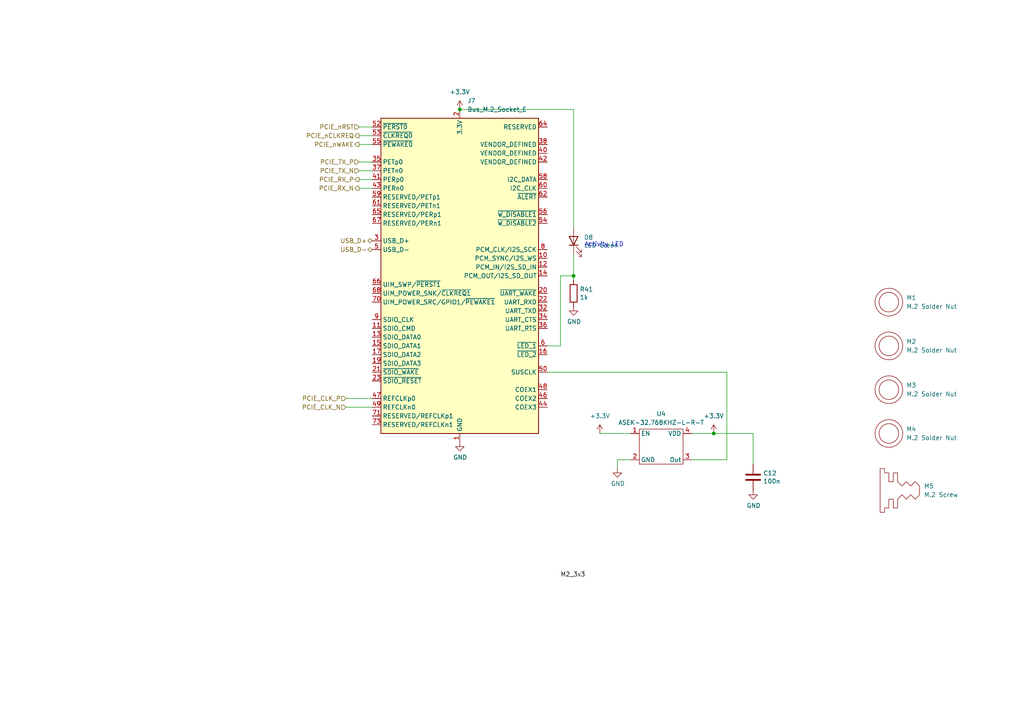
<source format=kicad_sch>
(kicad_sch
	(version 20231120)
	(generator "eeschema")
	(generator_version "8.0")
	(uuid "1354903a-b7d2-4e04-b220-6c6c8f058ef7")
	(paper "A4")
	(title_block
		(title "Compute Module 5 IO Board - M2 Socket")
		(rev "1")
		(company "Copyright © 2024 Raspberry Pi Ltd.")
		(comment 1 "www.raspberrypi.com")
	)
	(lib_symbols
		(symbol "CM5IO:ASEK-32.768KHZ-L-R-T"
			(exclude_from_sim no)
			(in_bom yes)
			(on_board yes)
			(property "Reference" "U"
				(at -5.08 6.35 0)
				(effects
					(font
						(size 1.27 1.27)
					)
				)
			)
			(property "Value" "ASEK-32.768KHZ-L-R-T"
				(at 0 -6.35 0)
				(effects
					(font
						(size 1.27 1.27)
					)
				)
			)
			(property "Footprint" "Crystal:Crystal_SMD_3225-4Pin_3.2x2.5mm"
				(at 1.27 -8.89 0)
				(effects
					(font
						(size 1.27 1.27)
					)
					(hide yes)
				)
			)
			(property "Datasheet" "https://abracon.com/Oscillators/ASEK.pdf"
				(at 0 -11.43 0)
				(effects
					(font
						(size 1.27 1.27)
					)
					(hide yes)
				)
			)
			(property "Description" ""
				(at 0 0 0)
				(effects
					(font
						(size 1.27 1.27)
					)
					(hide yes)
				)
			)
			(symbol "ASEK-32.768KHZ-L-R-T_0_1"
				(rectangle
					(start -6.35 5.08)
					(end 6.35 -5.08)
					(stroke
						(width 0)
						(type default)
					)
					(fill
						(type none)
					)
				)
			)
			(symbol "ASEK-32.768KHZ-L-R-T_1_1"
				(pin input line
					(at -8.89 3.81 0)
					(length 2.54)
					(name "EN"
						(effects
							(font
								(size 1.27 1.27)
							)
						)
					)
					(number "1"
						(effects
							(font
								(size 1.27 1.27)
							)
						)
					)
				)
				(pin power_in line
					(at -8.89 -3.81 0)
					(length 2.54)
					(name "GND"
						(effects
							(font
								(size 1.27 1.27)
							)
						)
					)
					(number "2"
						(effects
							(font
								(size 1.27 1.27)
							)
						)
					)
				)
				(pin output line
					(at 8.89 -3.81 180)
					(length 2.54)
					(name "Out"
						(effects
							(font
								(size 1.27 1.27)
							)
						)
					)
					(number "3"
						(effects
							(font
								(size 1.27 1.27)
							)
						)
					)
				)
				(pin power_in line
					(at 8.89 3.81 180)
					(length 2.54)
					(name "VDD"
						(effects
							(font
								(size 1.27 1.27)
							)
						)
					)
					(number "4"
						(effects
							(font
								(size 1.27 1.27)
							)
						)
					)
				)
			)
		)
		(symbol "CM5IO:M.2_Screw"
			(pin_numbers hide)
			(pin_names
				(offset 0) hide)
			(exclude_from_sim no)
			(in_bom yes)
			(on_board no)
			(property "Reference" "M"
				(at -0.254 -6.35 0)
				(effects
					(font
						(size 1.27 1.27)
					)
				)
			)
			(property "Value" "M.2 Screw"
				(at 0.254 -8.636 0)
				(effects
					(font
						(size 1.27 1.27)
					)
				)
			)
			(property "Footprint" ""
				(at 0 0 0)
				(effects
					(font
						(size 1.27 1.27)
					)
					(hide yes)
				)
			)
			(property "Datasheet" ""
				(at 0 0 0)
				(effects
					(font
						(size 1.27 1.27)
					)
					(hide yes)
				)
			)
			(property "Description" ""
				(at 0 0 0)
				(effects
					(font
						(size 1.27 1.27)
					)
					(hide yes)
				)
			)
			(symbol "M.2_Screw_0_1"
				(polyline
					(pts
						(xy -5.08 0) (xy -5.08 -6.35) (xy -3.81 -6.35) (xy -3.81 -5.08) (xy -2.54 -5.08) (xy -2.54 -2.54)
						(xy -1.27 -2.54) (xy -1.27 -5.08) (xy 0 -5.08) (xy 0 -2.54) (xy 1.27 -1.27) (xy 2.54 -2.54) (xy 3.81 -1.27)
						(xy 5.08 -2.54) (xy 6.35 -1.27) (xy 6.35 1.27) (xy 5.08 2.54) (xy 3.81 1.27) (xy 2.54 2.54) (xy 1.27 1.27)
						(xy 0 2.54) (xy 0 5.08) (xy -1.27 5.08) (xy -1.27 2.54) (xy -2.54 2.54) (xy -2.54 5.08) (xy -3.81 5.08)
						(xy -3.81 6.35) (xy -5.08 6.35) (xy -5.08 0)
					)
					(stroke
						(width 0)
						(type default)
					)
					(fill
						(type none)
					)
				)
			)
		)
		(symbol "CM5IO:SolderNut"
			(pin_numbers hide)
			(pin_names
				(offset 0) hide)
			(exclude_from_sim yes)
			(in_bom yes)
			(on_board no)
			(property "Reference" "M"
				(at -6.35 -3.556 0)
				(effects
					(font
						(size 1.27 1.27)
					)
				)
			)
			(property "Value" "M.2 Solder Nut"
				(at 0.254 -5.842 0)
				(effects
					(font
						(size 1.27 1.27)
					)
				)
			)
			(property "Footprint" ""
				(at 0 0 0)
				(effects
					(font
						(size 1.27 1.27)
					)
					(hide yes)
				)
			)
			(property "Datasheet" ""
				(at 0 0 0)
				(effects
					(font
						(size 1.27 1.27)
					)
					(hide yes)
				)
			)
			(property "Description" ""
				(at 0 0 0)
				(effects
					(font
						(size 1.27 1.27)
					)
					(hide yes)
				)
			)
			(symbol "SolderNut_0_1"
				(circle
					(center 0 0)
					(radius 2.8398)
					(stroke
						(width 0)
						(type default)
					)
					(fill
						(type none)
					)
				)
				(circle
					(center 0 0)
					(radius 4.0161)
					(stroke
						(width 0)
						(type default)
					)
					(fill
						(type none)
					)
				)
			)
		)
		(symbol "Connector:Bus_M.2_Socket_E"
			(exclude_from_sim no)
			(in_bom yes)
			(on_board yes)
			(property "Reference" "J1"
				(at 2.1941 50.8 0)
				(effects
					(font
						(size 1.27 1.27)
					)
					(justify left)
				)
			)
			(property "Value" "Bus_M.2_Socket_E"
				(at 2.1941 48.26 0)
				(effects
					(font
						(size 1.27 1.27)
					)
					(justify left)
				)
			)
			(property "Footprint" "CM5IO:M.2 M Key socket"
				(at 0 26.67 0)
				(effects
					(font
						(size 1.27 1.27)
					)
					(hide yes)
				)
			)
			(property "Datasheet" "https://web.archive.org/web/20200613074028/http://read.pudn.com/downloads794/doc/project/3133918/PCIe_M.2_Electromechanical_Spec_Rev1.0_Final_11012013_RS_Clean.pdf#page=150"
				(at 0 12.7 0)
				(effects
					(font
						(size 1.27 1.27)
					)
					(hide yes)
				)
			)
			(property "Description" "M.2 Socket 1-SD Mechanical Key E"
				(at 0 0 0)
				(effects
					(font
						(size 1.27 1.27)
					)
					(hide yes)
				)
			)
			(property "ki_keywords" "M2 NGNF PCI-E"
				(at 0 0 0)
				(effects
					(font
						(size 1.27 1.27)
					)
					(hide yes)
				)
			)
			(property "ki_fp_filters" "*M*2*E*"
				(at 0 0 0)
				(effects
					(font
						(size 1.27 1.27)
					)
					(hide yes)
				)
			)
			(symbol "Bus_M.2_Socket_E_0_1"
				(rectangle
					(start -22.86 45.72)
					(end 22.86 -45.72)
					(stroke
						(width 0.254)
						(type default)
					)
					(fill
						(type background)
					)
				)
			)
			(symbol "Bus_M.2_Socket_E_1_1"
				(pin power_in line
					(at 0 -48.26 90)
					(length 2.54)
					(name "GND"
						(effects
							(font
								(size 1.27 1.27)
							)
						)
					)
					(number "1"
						(effects
							(font
								(size 1.27 1.27)
							)
						)
					)
				)
				(pin bidirectional line
					(at 25.4 5.08 180)
					(length 2.54)
					(name "PCM_SYNC/I2S_WS"
						(effects
							(font
								(size 1.27 1.27)
							)
						)
					)
					(number "10"
						(effects
							(font
								(size 1.27 1.27)
							)
						)
					)
				)
				(pin bidirectional line
					(at -25.4 -15.24 0)
					(length 2.54)
					(name "SDIO_CMD"
						(effects
							(font
								(size 1.27 1.27)
							)
						)
					)
					(number "11"
						(effects
							(font
								(size 1.27 1.27)
							)
						)
					)
				)
				(pin input line
					(at 25.4 2.54 180)
					(length 2.54)
					(name "PCM_IN/I2S_SD_IN"
						(effects
							(font
								(size 1.27 1.27)
							)
						)
					)
					(number "12"
						(effects
							(font
								(size 1.27 1.27)
							)
						)
					)
				)
				(pin bidirectional line
					(at -25.4 -17.78 0)
					(length 2.54)
					(name "SDIO_DATA0"
						(effects
							(font
								(size 1.27 1.27)
							)
						)
					)
					(number "13"
						(effects
							(font
								(size 1.27 1.27)
							)
						)
					)
				)
				(pin output line
					(at 25.4 0 180)
					(length 2.54)
					(name "PCM_OUT/I2S_SD_OUT"
						(effects
							(font
								(size 1.27 1.27)
							)
						)
					)
					(number "14"
						(effects
							(font
								(size 1.27 1.27)
							)
						)
					)
				)
				(pin bidirectional line
					(at -25.4 -20.32 0)
					(length 2.54)
					(name "SDIO_DATA1"
						(effects
							(font
								(size 1.27 1.27)
							)
						)
					)
					(number "15"
						(effects
							(font
								(size 1.27 1.27)
							)
						)
					)
				)
				(pin open_collector line
					(at 25.4 -22.86 180)
					(length 2.54)
					(name "~{LED_2}"
						(effects
							(font
								(size 1.27 1.27)
							)
						)
					)
					(number "16"
						(effects
							(font
								(size 1.27 1.27)
							)
						)
					)
				)
				(pin bidirectional line
					(at -25.4 -22.86 0)
					(length 2.54)
					(name "SDIO_DATA2"
						(effects
							(font
								(size 1.27 1.27)
							)
						)
					)
					(number "17"
						(effects
							(font
								(size 1.27 1.27)
							)
						)
					)
				)
				(pin passive line
					(at 0 -48.26 90)
					(length 2.54) hide
					(name "GND"
						(effects
							(font
								(size 1.27 1.27)
							)
						)
					)
					(number "18"
						(effects
							(font
								(size 1.27 1.27)
							)
						)
					)
				)
				(pin bidirectional line
					(at -25.4 -25.4 0)
					(length 2.54)
					(name "SDIO_DATA3"
						(effects
							(font
								(size 1.27 1.27)
							)
						)
					)
					(number "19"
						(effects
							(font
								(size 1.27 1.27)
							)
						)
					)
				)
				(pin power_in line
					(at 0 48.26 270)
					(length 2.54)
					(name "3.3V"
						(effects
							(font
								(size 1.27 1.27)
							)
						)
					)
					(number "2"
						(effects
							(font
								(size 1.27 1.27)
							)
						)
					)
				)
				(pin input line
					(at 25.4 -5.08 180)
					(length 2.54)
					(name "~{UART_WAKE}"
						(effects
							(font
								(size 1.27 1.27)
							)
						)
					)
					(number "20"
						(effects
							(font
								(size 1.27 1.27)
							)
						)
					)
				)
				(pin input line
					(at -25.4 -27.94 0)
					(length 2.54)
					(name "~{SDIO_WAKE}"
						(effects
							(font
								(size 1.27 1.27)
							)
						)
					)
					(number "21"
						(effects
							(font
								(size 1.27 1.27)
							)
						)
					)
				)
				(pin input line
					(at 25.4 -7.62 180)
					(length 2.54)
					(name "UART_RXD"
						(effects
							(font
								(size 1.27 1.27)
							)
						)
					)
					(number "22"
						(effects
							(font
								(size 1.27 1.27)
							)
						)
					)
				)
				(pin output line
					(at -25.4 -30.48 0)
					(length 2.54)
					(name "~{SDIO_RESET}"
						(effects
							(font
								(size 1.27 1.27)
							)
						)
					)
					(number "23"
						(effects
							(font
								(size 1.27 1.27)
							)
						)
					)
				)
				(pin bidirectional line
					(at -25.4 10.16 0)
					(length 2.54)
					(name "USB_D+"
						(effects
							(font
								(size 1.27 1.27)
							)
						)
					)
					(number "3"
						(effects
							(font
								(size 1.27 1.27)
							)
						)
					)
				)
				(pin output line
					(at 25.4 -10.16 180)
					(length 2.54)
					(name "UART_TXD"
						(effects
							(font
								(size 1.27 1.27)
							)
						)
					)
					(number "32"
						(effects
							(font
								(size 1.27 1.27)
							)
						)
					)
				)
				(pin passive line
					(at 0 -48.26 90)
					(length 2.54) hide
					(name "GND"
						(effects
							(font
								(size 1.27 1.27)
							)
						)
					)
					(number "33"
						(effects
							(font
								(size 1.27 1.27)
							)
						)
					)
				)
				(pin input line
					(at 25.4 -12.7 180)
					(length 2.54)
					(name "UART_CTS"
						(effects
							(font
								(size 1.27 1.27)
							)
						)
					)
					(number "34"
						(effects
							(font
								(size 1.27 1.27)
							)
						)
					)
				)
				(pin output line
					(at -25.4 33.02 0)
					(length 2.54)
					(name "PETp0"
						(effects
							(font
								(size 1.27 1.27)
							)
						)
					)
					(number "35"
						(effects
							(font
								(size 1.27 1.27)
							)
						)
					)
				)
				(pin output line
					(at 25.4 -15.24 180)
					(length 2.54)
					(name "UART_RTS"
						(effects
							(font
								(size 1.27 1.27)
							)
						)
					)
					(number "36"
						(effects
							(font
								(size 1.27 1.27)
							)
						)
					)
				)
				(pin output line
					(at -25.4 30.48 0)
					(length 2.54)
					(name "PETn0"
						(effects
							(font
								(size 1.27 1.27)
							)
						)
					)
					(number "37"
						(effects
							(font
								(size 1.27 1.27)
							)
						)
					)
				)
				(pin passive line
					(at 25.4 38.1 180)
					(length 2.54)
					(name "VENDOR_DEFINED"
						(effects
							(font
								(size 1.27 1.27)
							)
						)
					)
					(number "38"
						(effects
							(font
								(size 1.27 1.27)
							)
						)
					)
				)
				(pin passive line
					(at 0 -48.26 90)
					(length 2.54) hide
					(name "GND"
						(effects
							(font
								(size 1.27 1.27)
							)
						)
					)
					(number "39"
						(effects
							(font
								(size 1.27 1.27)
							)
						)
					)
				)
				(pin passive line
					(at 0 48.26 270)
					(length 2.54) hide
					(name "3.3V"
						(effects
							(font
								(size 1.27 1.27)
							)
						)
					)
					(number "4"
						(effects
							(font
								(size 1.27 1.27)
							)
						)
					)
				)
				(pin passive line
					(at 25.4 35.56 180)
					(length 2.54)
					(name "VENDOR_DEFINED"
						(effects
							(font
								(size 1.27 1.27)
							)
						)
					)
					(number "40"
						(effects
							(font
								(size 1.27 1.27)
							)
						)
					)
				)
				(pin input line
					(at -25.4 27.94 0)
					(length 2.54)
					(name "PERp0"
						(effects
							(font
								(size 1.27 1.27)
							)
						)
					)
					(number "41"
						(effects
							(font
								(size 1.27 1.27)
							)
						)
					)
				)
				(pin passive line
					(at 25.4 33.02 180)
					(length 2.54)
					(name "VENDOR_DEFINED"
						(effects
							(font
								(size 1.27 1.27)
							)
						)
					)
					(number "42"
						(effects
							(font
								(size 1.27 1.27)
							)
						)
					)
				)
				(pin input line
					(at -25.4 25.4 0)
					(length 2.54)
					(name "PERn0"
						(effects
							(font
								(size 1.27 1.27)
							)
						)
					)
					(number "43"
						(effects
							(font
								(size 1.27 1.27)
							)
						)
					)
				)
				(pin bidirectional line
					(at 25.4 -38.1 180)
					(length 2.54)
					(name "COEX3"
						(effects
							(font
								(size 1.27 1.27)
							)
						)
					)
					(number "44"
						(effects
							(font
								(size 1.27 1.27)
							)
						)
					)
				)
				(pin passive line
					(at 0 -48.26 90)
					(length 2.54) hide
					(name "GND"
						(effects
							(font
								(size 1.27 1.27)
							)
						)
					)
					(number "45"
						(effects
							(font
								(size 1.27 1.27)
							)
						)
					)
				)
				(pin bidirectional line
					(at 25.4 -35.56 180)
					(length 2.54)
					(name "COEX2"
						(effects
							(font
								(size 1.27 1.27)
							)
						)
					)
					(number "46"
						(effects
							(font
								(size 1.27 1.27)
							)
						)
					)
				)
				(pin output line
					(at -25.4 -35.56 0)
					(length 2.54)
					(name "REFCLKp0"
						(effects
							(font
								(size 1.27 1.27)
							)
						)
					)
					(number "47"
						(effects
							(font
								(size 1.27 1.27)
							)
						)
					)
				)
				(pin bidirectional line
					(at 25.4 -33.02 180)
					(length 2.54)
					(name "COEX1"
						(effects
							(font
								(size 1.27 1.27)
							)
						)
					)
					(number "48"
						(effects
							(font
								(size 1.27 1.27)
							)
						)
					)
				)
				(pin output line
					(at -25.4 -38.1 0)
					(length 2.54)
					(name "REFCLKn0"
						(effects
							(font
								(size 1.27 1.27)
							)
						)
					)
					(number "49"
						(effects
							(font
								(size 1.27 1.27)
							)
						)
					)
				)
				(pin bidirectional line
					(at -25.4 7.62 0)
					(length 2.54)
					(name "USB_D-"
						(effects
							(font
								(size 1.27 1.27)
							)
						)
					)
					(number "5"
						(effects
							(font
								(size 1.27 1.27)
							)
						)
					)
				)
				(pin output line
					(at 25.4 -27.94 180)
					(length 2.54)
					(name "SUSCLK"
						(effects
							(font
								(size 1.27 1.27)
							)
						)
					)
					(number "50"
						(effects
							(font
								(size 1.27 1.27)
							)
						)
					)
				)
				(pin passive line
					(at 0 -48.26 90)
					(length 2.54) hide
					(name "GND"
						(effects
							(font
								(size 1.27 1.27)
							)
						)
					)
					(number "51"
						(effects
							(font
								(size 1.27 1.27)
							)
						)
					)
				)
				(pin output line
					(at -25.4 43.18 0)
					(length 2.54)
					(name "~{PERST0}"
						(effects
							(font
								(size 1.27 1.27)
							)
						)
					)
					(number "52"
						(effects
							(font
								(size 1.27 1.27)
							)
						)
					)
				)
				(pin bidirectional line
					(at -25.4 40.64 0)
					(length 2.54)
					(name "~{CLKREQ0}"
						(effects
							(font
								(size 1.27 1.27)
							)
						)
					)
					(number "53"
						(effects
							(font
								(size 1.27 1.27)
							)
						)
					)
				)
				(pin output line
					(at 25.4 15.24 180)
					(length 2.54)
					(name "~{W_DISABLE2}"
						(effects
							(font
								(size 1.27 1.27)
							)
						)
					)
					(number "54"
						(effects
							(font
								(size 1.27 1.27)
							)
						)
					)
				)
				(pin bidirectional line
					(at -25.4 38.1 0)
					(length 2.54)
					(name "~{PEWAKE0}"
						(effects
							(font
								(size 1.27 1.27)
							)
						)
					)
					(number "55"
						(effects
							(font
								(size 1.27 1.27)
							)
						)
					)
				)
				(pin output line
					(at 25.4 17.78 180)
					(length 2.54)
					(name "~{W_DISABLE1}"
						(effects
							(font
								(size 1.27 1.27)
							)
						)
					)
					(number "56"
						(effects
							(font
								(size 1.27 1.27)
							)
						)
					)
				)
				(pin passive line
					(at 0 -48.26 90)
					(length 2.54) hide
					(name "GND"
						(effects
							(font
								(size 1.27 1.27)
							)
						)
					)
					(number "57"
						(effects
							(font
								(size 1.27 1.27)
							)
						)
					)
				)
				(pin bidirectional line
					(at 25.4 27.94 180)
					(length 2.54)
					(name "I2C_DATA"
						(effects
							(font
								(size 1.27 1.27)
							)
						)
					)
					(number "58"
						(effects
							(font
								(size 1.27 1.27)
							)
						)
					)
				)
				(pin output line
					(at -25.4 22.86 0)
					(length 2.54)
					(name "RESERVED/PETp1"
						(effects
							(font
								(size 1.27 1.27)
							)
						)
					)
					(number "59"
						(effects
							(font
								(size 1.27 1.27)
							)
						)
					)
				)
				(pin open_collector line
					(at 25.4 -20.32 180)
					(length 2.54)
					(name "~{LED_1}"
						(effects
							(font
								(size 1.27 1.27)
							)
						)
					)
					(number "6"
						(effects
							(font
								(size 1.27 1.27)
							)
						)
					)
				)
				(pin output line
					(at 25.4 25.4 180)
					(length 2.54)
					(name "I2C_CLK"
						(effects
							(font
								(size 1.27 1.27)
							)
						)
					)
					(number "60"
						(effects
							(font
								(size 1.27 1.27)
							)
						)
					)
				)
				(pin output line
					(at -25.4 20.32 0)
					(length 2.54)
					(name "RESERVED/PETn1"
						(effects
							(font
								(size 1.27 1.27)
							)
						)
					)
					(number "61"
						(effects
							(font
								(size 1.27 1.27)
							)
						)
					)
				)
				(pin input line
					(at 25.4 22.86 180)
					(length 2.54)
					(name "~{ALERT}"
						(effects
							(font
								(size 1.27 1.27)
							)
						)
					)
					(number "62"
						(effects
							(font
								(size 1.27 1.27)
							)
						)
					)
				)
				(pin passive line
					(at 0 -48.26 90)
					(length 2.54) hide
					(name "GND"
						(effects
							(font
								(size 1.27 1.27)
							)
						)
					)
					(number "63"
						(effects
							(font
								(size 1.27 1.27)
							)
						)
					)
				)
				(pin passive line
					(at 25.4 43.18 180)
					(length 2.54)
					(name "RESERVED"
						(effects
							(font
								(size 1.27 1.27)
							)
						)
					)
					(number "64"
						(effects
							(font
								(size 1.27 1.27)
							)
						)
					)
				)
				(pin input line
					(at -25.4 17.78 0)
					(length 2.54)
					(name "RESERVED/PERp1"
						(effects
							(font
								(size 1.27 1.27)
							)
						)
					)
					(number "65"
						(effects
							(font
								(size 1.27 1.27)
							)
						)
					)
				)
				(pin output line
					(at -25.4 -2.54 0)
					(length 2.54)
					(name "UIM_SWP/~{PERST1}"
						(effects
							(font
								(size 1.27 1.27)
							)
						)
					)
					(number "66"
						(effects
							(font
								(size 1.27 1.27)
							)
						)
					)
				)
				(pin input line
					(at -25.4 15.24 0)
					(length 2.54)
					(name "RESERVED/PERn1"
						(effects
							(font
								(size 1.27 1.27)
							)
						)
					)
					(number "67"
						(effects
							(font
								(size 1.27 1.27)
							)
						)
					)
				)
				(pin bidirectional line
					(at -25.4 -5.08 0)
					(length 2.54)
					(name "UIM_POWER_SNK/~{CLKREQ1}"
						(effects
							(font
								(size 1.27 1.27)
							)
						)
					)
					(number "68"
						(effects
							(font
								(size 1.27 1.27)
							)
						)
					)
				)
				(pin passive line
					(at 0 -48.26 90)
					(length 2.54) hide
					(name "GND"
						(effects
							(font
								(size 1.27 1.27)
							)
						)
					)
					(number "69"
						(effects
							(font
								(size 1.27 1.27)
							)
						)
					)
				)
				(pin passive line
					(at 0 -48.26 90)
					(length 2.54) hide
					(name "GND"
						(effects
							(font
								(size 1.27 1.27)
							)
						)
					)
					(number "7"
						(effects
							(font
								(size 1.27 1.27)
							)
						)
					)
				)
				(pin bidirectional line
					(at -25.4 -7.62 0)
					(length 2.54)
					(name "UIM_POWER_SRC/GPIO1/~{PEWAKE1}"
						(effects
							(font
								(size 1.27 1.27)
							)
						)
					)
					(number "70"
						(effects
							(font
								(size 1.27 1.27)
							)
						)
					)
				)
				(pin output line
					(at -25.4 -40.64 0)
					(length 2.54)
					(name "RESERVED/REFCLKp1"
						(effects
							(font
								(size 1.27 1.27)
							)
						)
					)
					(number "71"
						(effects
							(font
								(size 1.27 1.27)
							)
						)
					)
				)
				(pin passive line
					(at 0 48.26 270)
					(length 2.54) hide
					(name "3.3V"
						(effects
							(font
								(size 1.27 1.27)
							)
						)
					)
					(number "72"
						(effects
							(font
								(size 1.27 1.27)
							)
						)
					)
				)
				(pin output line
					(at -25.4 -43.18 0)
					(length 2.54)
					(name "RESERVED/REFCLKn1"
						(effects
							(font
								(size 1.27 1.27)
							)
						)
					)
					(number "73"
						(effects
							(font
								(size 1.27 1.27)
							)
						)
					)
				)
				(pin passive line
					(at 0 48.26 270)
					(length 2.54) hide
					(name "3.3V"
						(effects
							(font
								(size 1.27 1.27)
							)
						)
					)
					(number "74"
						(effects
							(font
								(size 1.27 1.27)
							)
						)
					)
				)
				(pin passive line
					(at 0 -48.26 90)
					(length 2.54) hide
					(name "GND"
						(effects
							(font
								(size 1.27 1.27)
							)
						)
					)
					(number "75"
						(effects
							(font
								(size 1.27 1.27)
							)
						)
					)
				)
				(pin passive line
					(at 0 -48.26 90)
					(length 2.54) hide
					(name "GND"
						(effects
							(font
								(size 1.27 1.27)
							)
						)
					)
					(number "76"
						(effects
							(font
								(size 1.27 1.27)
							)
						)
					)
				)
				(pin passive line
					(at 0 -48.26 90)
					(length 2.54) hide
					(name "GND"
						(effects
							(font
								(size 1.27 1.27)
							)
						)
					)
					(number "77"
						(effects
							(font
								(size 1.27 1.27)
							)
						)
					)
				)
				(pin bidirectional line
					(at 25.4 7.62 180)
					(length 2.54)
					(name "PCM_CLK/I2S_SCK"
						(effects
							(font
								(size 1.27 1.27)
							)
						)
					)
					(number "8"
						(effects
							(font
								(size 1.27 1.27)
							)
						)
					)
				)
				(pin output line
					(at -25.4 -12.7 0)
					(length 2.54)
					(name "SDIO_CLK"
						(effects
							(font
								(size 1.27 1.27)
							)
						)
					)
					(number "9"
						(effects
							(font
								(size 1.27 1.27)
							)
						)
					)
				)
				(pin passive line
					(at 0 -48.26 90)
					(length 2.54) hide
					(name "GND"
						(effects
							(font
								(size 1.27 1.27)
							)
						)
					)
					(number "M1"
						(effects
							(font
								(size 1.27 1.27)
							)
						)
					)
				)
			)
		)
		(symbol "Device:C"
			(pin_numbers hide)
			(pin_names
				(offset 0.254)
			)
			(exclude_from_sim no)
			(in_bom yes)
			(on_board yes)
			(property "Reference" "C"
				(at 0.635 2.54 0)
				(effects
					(font
						(size 1.27 1.27)
					)
					(justify left)
				)
			)
			(property "Value" "C"
				(at 0.635 -2.54 0)
				(effects
					(font
						(size 1.27 1.27)
					)
					(justify left)
				)
			)
			(property "Footprint" ""
				(at 0.9652 -3.81 0)
				(effects
					(font
						(size 1.27 1.27)
					)
					(hide yes)
				)
			)
			(property "Datasheet" "~"
				(at 0 0 0)
				(effects
					(font
						(size 1.27 1.27)
					)
					(hide yes)
				)
			)
			(property "Description" "Unpolarized capacitor"
				(at 0 0 0)
				(effects
					(font
						(size 1.27 1.27)
					)
					(hide yes)
				)
			)
			(property "ki_keywords" "cap capacitor"
				(at 0 0 0)
				(effects
					(font
						(size 1.27 1.27)
					)
					(hide yes)
				)
			)
			(property "ki_fp_filters" "C_*"
				(at 0 0 0)
				(effects
					(font
						(size 1.27 1.27)
					)
					(hide yes)
				)
			)
			(symbol "C_0_1"
				(polyline
					(pts
						(xy -2.032 -0.762) (xy 2.032 -0.762)
					)
					(stroke
						(width 0.508)
						(type default)
					)
					(fill
						(type none)
					)
				)
				(polyline
					(pts
						(xy -2.032 0.762) (xy 2.032 0.762)
					)
					(stroke
						(width 0.508)
						(type default)
					)
					(fill
						(type none)
					)
				)
			)
			(symbol "C_1_1"
				(pin passive line
					(at 0 3.81 270)
					(length 2.794)
					(name "~"
						(effects
							(font
								(size 1.27 1.27)
							)
						)
					)
					(number "1"
						(effects
							(font
								(size 1.27 1.27)
							)
						)
					)
				)
				(pin passive line
					(at 0 -3.81 90)
					(length 2.794)
					(name "~"
						(effects
							(font
								(size 1.27 1.27)
							)
						)
					)
					(number "2"
						(effects
							(font
								(size 1.27 1.27)
							)
						)
					)
				)
			)
		)
		(symbol "Device:LED"
			(pin_numbers hide)
			(pin_names
				(offset 1.016) hide)
			(exclude_from_sim no)
			(in_bom yes)
			(on_board yes)
			(property "Reference" "D"
				(at 0 2.54 0)
				(effects
					(font
						(size 1.27 1.27)
					)
				)
			)
			(property "Value" "LED"
				(at 0 -2.54 0)
				(effects
					(font
						(size 1.27 1.27)
					)
				)
			)
			(property "Footprint" ""
				(at 0 0 0)
				(effects
					(font
						(size 1.27 1.27)
					)
					(hide yes)
				)
			)
			(property "Datasheet" "~"
				(at 0 0 0)
				(effects
					(font
						(size 1.27 1.27)
					)
					(hide yes)
				)
			)
			(property "Description" "Light emitting diode"
				(at 0 0 0)
				(effects
					(font
						(size 1.27 1.27)
					)
					(hide yes)
				)
			)
			(property "ki_keywords" "LED diode"
				(at 0 0 0)
				(effects
					(font
						(size 1.27 1.27)
					)
					(hide yes)
				)
			)
			(property "ki_fp_filters" "LED* LED_SMD:* LED_THT:*"
				(at 0 0 0)
				(effects
					(font
						(size 1.27 1.27)
					)
					(hide yes)
				)
			)
			(symbol "LED_0_1"
				(polyline
					(pts
						(xy -1.27 -1.27) (xy -1.27 1.27)
					)
					(stroke
						(width 0.254)
						(type default)
					)
					(fill
						(type none)
					)
				)
				(polyline
					(pts
						(xy -1.27 0) (xy 1.27 0)
					)
					(stroke
						(width 0)
						(type default)
					)
					(fill
						(type none)
					)
				)
				(polyline
					(pts
						(xy 1.27 -1.27) (xy 1.27 1.27) (xy -1.27 0) (xy 1.27 -1.27)
					)
					(stroke
						(width 0.254)
						(type default)
					)
					(fill
						(type none)
					)
				)
				(polyline
					(pts
						(xy -3.048 -0.762) (xy -4.572 -2.286) (xy -3.81 -2.286) (xy -4.572 -2.286) (xy -4.572 -1.524)
					)
					(stroke
						(width 0)
						(type default)
					)
					(fill
						(type none)
					)
				)
				(polyline
					(pts
						(xy -1.778 -0.762) (xy -3.302 -2.286) (xy -2.54 -2.286) (xy -3.302 -2.286) (xy -3.302 -1.524)
					)
					(stroke
						(width 0)
						(type default)
					)
					(fill
						(type none)
					)
				)
			)
			(symbol "LED_1_1"
				(pin passive line
					(at -3.81 0 0)
					(length 2.54)
					(name "K"
						(effects
							(font
								(size 1.27 1.27)
							)
						)
					)
					(number "1"
						(effects
							(font
								(size 1.27 1.27)
							)
						)
					)
				)
				(pin passive line
					(at 3.81 0 180)
					(length 2.54)
					(name "A"
						(effects
							(font
								(size 1.27 1.27)
							)
						)
					)
					(number "2"
						(effects
							(font
								(size 1.27 1.27)
							)
						)
					)
				)
			)
		)
		(symbol "Device:R"
			(pin_numbers hide)
			(pin_names
				(offset 0)
			)
			(exclude_from_sim no)
			(in_bom yes)
			(on_board yes)
			(property "Reference" "R"
				(at 2.032 0 90)
				(effects
					(font
						(size 1.27 1.27)
					)
				)
			)
			(property "Value" "R"
				(at 0 0 90)
				(effects
					(font
						(size 1.27 1.27)
					)
				)
			)
			(property "Footprint" ""
				(at -1.778 0 90)
				(effects
					(font
						(size 1.27 1.27)
					)
					(hide yes)
				)
			)
			(property "Datasheet" "~"
				(at 0 0 0)
				(effects
					(font
						(size 1.27 1.27)
					)
					(hide yes)
				)
			)
			(property "Description" "Resistor"
				(at 0 0 0)
				(effects
					(font
						(size 1.27 1.27)
					)
					(hide yes)
				)
			)
			(property "ki_keywords" "R res resistor"
				(at 0 0 0)
				(effects
					(font
						(size 1.27 1.27)
					)
					(hide yes)
				)
			)
			(property "ki_fp_filters" "R_*"
				(at 0 0 0)
				(effects
					(font
						(size 1.27 1.27)
					)
					(hide yes)
				)
			)
			(symbol "R_0_1"
				(rectangle
					(start -1.016 -2.54)
					(end 1.016 2.54)
					(stroke
						(width 0.254)
						(type default)
					)
					(fill
						(type none)
					)
				)
			)
			(symbol "R_1_1"
				(pin passive line
					(at 0 3.81 270)
					(length 1.27)
					(name "~"
						(effects
							(font
								(size 1.27 1.27)
							)
						)
					)
					(number "1"
						(effects
							(font
								(size 1.27 1.27)
							)
						)
					)
				)
				(pin passive line
					(at 0 -3.81 90)
					(length 1.27)
					(name "~"
						(effects
							(font
								(size 1.27 1.27)
							)
						)
					)
					(number "2"
						(effects
							(font
								(size 1.27 1.27)
							)
						)
					)
				)
			)
		)
		(symbol "power:+3.3V"
			(power)
			(pin_numbers hide)
			(pin_names
				(offset 0) hide)
			(exclude_from_sim no)
			(in_bom yes)
			(on_board yes)
			(property "Reference" "#PWR"
				(at 0 -3.81 0)
				(effects
					(font
						(size 1.27 1.27)
					)
					(hide yes)
				)
			)
			(property "Value" "+3.3V"
				(at 0 3.556 0)
				(effects
					(font
						(size 1.27 1.27)
					)
				)
			)
			(property "Footprint" ""
				(at 0 0 0)
				(effects
					(font
						(size 1.27 1.27)
					)
					(hide yes)
				)
			)
			(property "Datasheet" ""
				(at 0 0 0)
				(effects
					(font
						(size 1.27 1.27)
					)
					(hide yes)
				)
			)
			(property "Description" "Power symbol creates a global label with name \"+3.3V\""
				(at 0 0 0)
				(effects
					(font
						(size 1.27 1.27)
					)
					(hide yes)
				)
			)
			(property "ki_keywords" "global power"
				(at 0 0 0)
				(effects
					(font
						(size 1.27 1.27)
					)
					(hide yes)
				)
			)
			(symbol "+3.3V_0_1"
				(polyline
					(pts
						(xy -0.762 1.27) (xy 0 2.54)
					)
					(stroke
						(width 0)
						(type default)
					)
					(fill
						(type none)
					)
				)
				(polyline
					(pts
						(xy 0 0) (xy 0 2.54)
					)
					(stroke
						(width 0)
						(type default)
					)
					(fill
						(type none)
					)
				)
				(polyline
					(pts
						(xy 0 2.54) (xy 0.762 1.27)
					)
					(stroke
						(width 0)
						(type default)
					)
					(fill
						(type none)
					)
				)
			)
			(symbol "+3.3V_1_1"
				(pin power_in line
					(at 0 0 90)
					(length 0)
					(name "~"
						(effects
							(font
								(size 1.27 1.27)
							)
						)
					)
					(number "1"
						(effects
							(font
								(size 1.27 1.27)
							)
						)
					)
				)
			)
		)
		(symbol "power:GND"
			(power)
			(pin_numbers hide)
			(pin_names
				(offset 0) hide)
			(exclude_from_sim no)
			(in_bom yes)
			(on_board yes)
			(property "Reference" "#PWR"
				(at 0 -6.35 0)
				(effects
					(font
						(size 1.27 1.27)
					)
					(hide yes)
				)
			)
			(property "Value" "GND"
				(at 0 -3.81 0)
				(effects
					(font
						(size 1.27 1.27)
					)
				)
			)
			(property "Footprint" ""
				(at 0 0 0)
				(effects
					(font
						(size 1.27 1.27)
					)
					(hide yes)
				)
			)
			(property "Datasheet" ""
				(at 0 0 0)
				(effects
					(font
						(size 1.27 1.27)
					)
					(hide yes)
				)
			)
			(property "Description" "Power symbol creates a global label with name \"GND\" , ground"
				(at 0 0 0)
				(effects
					(font
						(size 1.27 1.27)
					)
					(hide yes)
				)
			)
			(property "ki_keywords" "global power"
				(at 0 0 0)
				(effects
					(font
						(size 1.27 1.27)
					)
					(hide yes)
				)
			)
			(symbol "GND_0_1"
				(polyline
					(pts
						(xy 0 0) (xy 0 -1.27) (xy 1.27 -1.27) (xy 0 -2.54) (xy -1.27 -1.27) (xy 0 -1.27)
					)
					(stroke
						(width 0)
						(type default)
					)
					(fill
						(type none)
					)
				)
			)
			(symbol "GND_1_1"
				(pin power_in line
					(at 0 0 270)
					(length 0)
					(name "~"
						(effects
							(font
								(size 1.27 1.27)
							)
						)
					)
					(number "1"
						(effects
							(font
								(size 1.27 1.27)
							)
						)
					)
				)
			)
		)
	)
	(junction
		(at 133.35 31.75)
		(diameter 0)
		(color 0 0 0 0)
		(uuid "a3df6b42-415a-4386-bedd-b3a36a0ba2c3")
	)
	(junction
		(at 166.37 80.01)
		(diameter 0)
		(color 0 0 0 0)
		(uuid "a4c3b392-2c2d-4cbb-aca8-80bde3733eee")
	)
	(junction
		(at 207.01 125.73)
		(diameter 0)
		(color 0 0 0 0)
		(uuid "f3420361-0ad0-4f19-ab73-67a930fbe8a7")
	)
	(wire
		(pts
			(xy 104.14 39.37) (xy 107.95 39.37)
		)
		(stroke
			(width 0)
			(type default)
		)
		(uuid "08a43e92-7bbf-41d7-87ef-b0575c79bd6d")
	)
	(wire
		(pts
			(xy 173.99 125.73) (xy 182.88 125.73)
		)
		(stroke
			(width 0)
			(type default)
		)
		(uuid "0a5a5006-602f-4d52-a6ae-b4f750673335")
	)
	(wire
		(pts
			(xy 104.14 54.61) (xy 107.95 54.61)
		)
		(stroke
			(width 0)
			(type default)
		)
		(uuid "17a340e9-402f-4376-8593-f15dab23d02d")
	)
	(wire
		(pts
			(xy 162.56 80.01) (xy 166.37 80.01)
		)
		(stroke
			(width 0)
			(type default)
		)
		(uuid "1faed178-3edc-42e8-aa86-bd5a41b8555a")
	)
	(wire
		(pts
			(xy 166.37 31.75) (xy 166.37 66.04)
		)
		(stroke
			(width 0)
			(type default)
		)
		(uuid "348bb3f6-65f4-46b0-925c-60a118ea114a")
	)
	(wire
		(pts
			(xy 162.56 80.01) (xy 162.56 100.33)
		)
		(stroke
			(width 0)
			(type default)
		)
		(uuid "426d9d19-a549-4895-ba5b-811baed8913d")
	)
	(wire
		(pts
			(xy 104.14 52.07) (xy 107.95 52.07)
		)
		(stroke
			(width 0)
			(type default)
		)
		(uuid "46ef85ae-5241-410d-87e2-a05e731acdaf")
	)
	(wire
		(pts
			(xy 100.33 118.11) (xy 107.95 118.11)
		)
		(stroke
			(width 0)
			(type default)
		)
		(uuid "6385088c-f0c6-4f6c-8bb1-476d3f4209a6")
	)
	(wire
		(pts
			(xy 162.56 100.33) (xy 158.75 100.33)
		)
		(stroke
			(width 0)
			(type default)
		)
		(uuid "70999d7e-d36c-40d1-a5b2-434c8c8d3955")
	)
	(wire
		(pts
			(xy 210.82 133.35) (xy 200.66 133.35)
		)
		(stroke
			(width 0)
			(type default)
		)
		(uuid "7d22aaa7-3a7b-4eea-a956-7b6d040078f1")
	)
	(wire
		(pts
			(xy 179.07 135.89) (xy 179.07 133.35)
		)
		(stroke
			(width 0)
			(type default)
		)
		(uuid "7efcdbda-1322-4422-9d1d-2e859e4997f0")
	)
	(wire
		(pts
			(xy 207.01 125.73) (xy 200.66 125.73)
		)
		(stroke
			(width 0)
			(type default)
		)
		(uuid "87f031c4-16f8-4ad8-bdcc-cf51c4cdd78c")
	)
	(wire
		(pts
			(xy 166.37 81.28) (xy 166.37 80.01)
		)
		(stroke
			(width 0)
			(type default)
		)
		(uuid "904ee0b9-f769-4fa6-a11b-41663dfc39b0")
	)
	(wire
		(pts
			(xy 104.14 41.91) (xy 107.95 41.91)
		)
		(stroke
			(width 0)
			(type default)
		)
		(uuid "a8e25690-04a7-4ff0-9d23-3720fe3b9748")
	)
	(wire
		(pts
			(xy 133.35 31.75) (xy 166.37 31.75)
		)
		(stroke
			(width 0)
			(type default)
		)
		(uuid "a9057d19-bf0f-4338-8a58-8a6af459fca7")
	)
	(wire
		(pts
			(xy 104.14 49.53) (xy 107.95 49.53)
		)
		(stroke
			(width 0)
			(type default)
		)
		(uuid "ad936e6b-6fd9-42dd-b526-e2700108901f")
	)
	(wire
		(pts
			(xy 158.75 107.95) (xy 210.82 107.95)
		)
		(stroke
			(width 0)
			(type default)
		)
		(uuid "ba4df60e-8780-4390-a980-5ffd05fbf2a2")
	)
	(wire
		(pts
			(xy 104.14 36.83) (xy 107.95 36.83)
		)
		(stroke
			(width 0)
			(type default)
		)
		(uuid "bab79bc8-d199-4523-8859-ba6eff115540")
	)
	(wire
		(pts
			(xy 218.44 125.73) (xy 207.01 125.73)
		)
		(stroke
			(width 0)
			(type default)
		)
		(uuid "c723783e-6e91-4fc0-91c2-63f2171437c3")
	)
	(wire
		(pts
			(xy 179.07 133.35) (xy 182.88 133.35)
		)
		(stroke
			(width 0)
			(type default)
		)
		(uuid "daf58603-e31d-4fb4-a364-7a52b222a4ed")
	)
	(wire
		(pts
			(xy 218.44 134.62) (xy 218.44 125.73)
		)
		(stroke
			(width 0)
			(type default)
		)
		(uuid "db225ff2-9573-411f-91b1-869f88b18fec")
	)
	(wire
		(pts
			(xy 166.37 80.01) (xy 166.37 73.66)
		)
		(stroke
			(width 0)
			(type solid)
		)
		(uuid "dd13af2d-1e0c-491a-9495-2dee3aa2f9c4")
	)
	(wire
		(pts
			(xy 104.14 46.99) (xy 107.95 46.99)
		)
		(stroke
			(width 0)
			(type default)
		)
		(uuid "e04c2353-bd6d-44c4-891c-3d79ec97f0b1")
	)
	(wire
		(pts
			(xy 100.33 115.57) (xy 107.95 115.57)
		)
		(stroke
			(width 0)
			(type default)
		)
		(uuid "f4d826c4-6415-442e-9857-7325ada0c39d")
	)
	(wire
		(pts
			(xy 210.82 107.95) (xy 210.82 133.35)
		)
		(stroke
			(width 0)
			(type default)
		)
		(uuid "f5b31f7e-dd5b-4dde-abdc-f3dae27e52ee")
	)
	(text "Activity LED"
		(exclude_from_sim no)
		(at 169.545 71.755 0)
		(effects
			(font
				(size 1.27 1.27)
			)
			(justify left bottom)
		)
		(uuid "290f90e2-3b11-4b6f-a582-c8b188d13c8b")
	)
	(label "M2_3v3"
		(at 162.56 167.64 0)
		(fields_autoplaced yes)
		(effects
			(font
				(size 1.27 1.27)
			)
			(justify left bottom)
		)
		(uuid "111611e6-b227-4178-9e95-e3b6e064fa8e")
	)
	(hierarchical_label "PCIE_nRST"
		(shape input)
		(at 104.14 36.83 180)
		(fields_autoplaced yes)
		(effects
			(font
				(size 1.27 1.27)
			)
			(justify right)
		)
		(uuid "3573562b-94a2-40ca-98c2-cfc4ea0358cb")
	)
	(hierarchical_label "USB_D+"
		(shape bidirectional)
		(at 107.95 69.85 180)
		(fields_autoplaced yes)
		(effects
			(font
				(size 1.27 1.27)
			)
			(justify right)
		)
		(uuid "4d0ccb65-a987-4b84-92bb-0ae2c00724ed")
	)
	(hierarchical_label "PCIE_CLK_N"
		(shape input)
		(at 100.33 118.11 180)
		(fields_autoplaced yes)
		(effects
			(font
				(size 1.27 1.27)
			)
			(justify right)
		)
		(uuid "560f40e3-7417-4384-a392-24ea8846280f")
	)
	(hierarchical_label "PCIE_RX_P"
		(shape output)
		(at 104.14 52.07 180)
		(fields_autoplaced yes)
		(effects
			(font
				(size 1.27 1.27)
			)
			(justify right)
		)
		(uuid "68e5a711-5a1c-49be-a552-03e04d0517dc")
	)
	(hierarchical_label "PCIE_TX_N"
		(shape input)
		(at 104.14 49.53 180)
		(fields_autoplaced yes)
		(effects
			(font
				(size 1.27 1.27)
			)
			(justify right)
		)
		(uuid "6d3dc88f-2de7-4847-9ae2-893cd058641e")
	)
	(hierarchical_label "PCIE_TX_P"
		(shape input)
		(at 104.14 46.99 180)
		(fields_autoplaced yes)
		(effects
			(font
				(size 1.27 1.27)
			)
			(justify right)
		)
		(uuid "9c77f6a0-316b-4df5-a941-3f16d6269fe5")
	)
	(hierarchical_label "USB_D-"
		(shape bidirectional)
		(at 107.95 72.39 180)
		(fields_autoplaced yes)
		(effects
			(font
				(size 1.27 1.27)
			)
			(justify right)
		)
		(uuid "a86cc179-d408-4e5f-8d5c-a305b0688952")
	)
	(hierarchical_label "PCIE_CLK_P"
		(shape input)
		(at 100.33 115.57 180)
		(fields_autoplaced yes)
		(effects
			(font
				(size 1.27 1.27)
			)
			(justify right)
		)
		(uuid "c415d0a9-8071-470a-9433-b40b4b21857f")
	)
	(hierarchical_label "PCIE_nWAKE"
		(shape output)
		(at 104.14 41.91 180)
		(fields_autoplaced yes)
		(effects
			(font
				(size 1.27 1.27)
			)
			(justify right)
		)
		(uuid "ddad89b1-a60e-44c4-bc2c-3d9dde1377f1")
	)
	(hierarchical_label "PCIE_nCLKREQ"
		(shape output)
		(at 104.14 39.37 180)
		(fields_autoplaced yes)
		(effects
			(font
				(size 1.27 1.27)
			)
			(justify right)
		)
		(uuid "df46522c-f63d-4652-86a3-9f67680b4501")
	)
	(hierarchical_label "PCIE_RX_N"
		(shape output)
		(at 104.14 54.61 180)
		(fields_autoplaced yes)
		(effects
			(font
				(size 1.27 1.27)
			)
			(justify right)
		)
		(uuid "e83ede45-6bdf-469a-9ac5-b3b6e9117327")
	)
	(symbol
		(lib_id "Device:LED")
		(at 166.37 69.85 90)
		(unit 1)
		(exclude_from_sim no)
		(in_bom yes)
		(on_board yes)
		(dnp no)
		(uuid "033f1f45-3957-4182-8dfa-549ae58ab3fb")
		(property "Reference" "D8"
			(at 169.3418 68.8594 90)
			(effects
				(font
					(size 1.27 1.27)
				)
				(justify right)
			)
		)
		(property "Value" "LED Green"
			(at 169.3418 71.1708 90)
			(effects
				(font
					(size 1.27 1.27)
				)
				(justify right)
			)
		)
		(property "Footprint" "LED_SMD:LED_0603_1608Metric"
			(at 166.37 69.85 0)
			(effects
				(font
					(size 1.27 1.27)
				)
				(hide yes)
			)
		)
		(property "Datasheet" "http://optoelectronics.liteon.com/upload/download/DS22-2000-226/LTST-S270KGKT.pdf"
			(at 166.37 69.85 0)
			(effects
				(font
					(size 1.27 1.27)
				)
				(hide yes)
			)
		)
		(property "Description" ""
			(at 166.37 69.85 0)
			(effects
				(font
					(size 1.27 1.27)
				)
				(hide yes)
			)
		)
		(property "Field4" "Digikey "
			(at 166.37 69.85 0)
			(effects
				(font
					(size 1.27 1.27)
				)
				(hide yes)
			)
		)
		(property "Field5" "LTST-S270KGKT"
			(at 166.37 69.85 0)
			(effects
				(font
					(size 1.27 1.27)
				)
				(hide yes)
			)
		)
		(property "Field6" "SML-A12M8TT86N"
			(at 166.37 69.85 0)
			(effects
				(font
					(size 1.27 1.27)
				)
				(hide yes)
			)
		)
		(property "Field7" "Rohm"
			(at 166.37 69.85 0)
			(effects
				(font
					(size 1.27 1.27)
				)
				(hide yes)
			)
		)
		(property "Field8" "650263301"
			(at 166.37 69.85 0)
			(effects
				(font
					(size 1.27 1.27)
				)
				(hide yes)
			)
		)
		(property "Part Description" "	Green 572nm LED Indication - Discrete 2.2V 2-SMD, No Lead"
			(at 166.37 69.85 0)
			(effects
				(font
					(size 1.27 1.27)
				)
				(hide yes)
			)
		)
		(pin "1"
			(uuid "b0702c34-33f6-4633-a63c-0686c1e9a263")
		)
		(pin "2"
			(uuid "07769132-88bd-48b5-b951-e4807c690d91")
		)
		(instances
			(project "mainboard4"
				(path "/dd07ab80-a59c-44f4-ac7d-849e21e1384e/0c30b420-9464-42a2-80c6-fb3967709830"
					(reference "D8")
					(unit 1)
				)
			)
		)
	)
	(symbol
		(lib_id "power:+3.3V")
		(at 207.01 125.73 0)
		(unit 1)
		(exclude_from_sim no)
		(in_bom yes)
		(on_board yes)
		(dnp no)
		(fields_autoplaced yes)
		(uuid "19059c5c-2155-479c-b06a-35a0f298566e")
		(property "Reference" "#PWR0403"
			(at 207.01 129.54 0)
			(effects
				(font
					(size 1.27 1.27)
				)
				(hide yes)
			)
		)
		(property "Value" "+3.3V"
			(at 207.01 120.65 0)
			(effects
				(font
					(size 1.27 1.27)
				)
			)
		)
		(property "Footprint" ""
			(at 207.01 125.73 0)
			(effects
				(font
					(size 1.27 1.27)
				)
				(hide yes)
			)
		)
		(property "Datasheet" ""
			(at 207.01 125.73 0)
			(effects
				(font
					(size 1.27 1.27)
				)
				(hide yes)
			)
		)
		(property "Description" "Power symbol creates a global label with name \"+3.3V\""
			(at 207.01 125.73 0)
			(effects
				(font
					(size 1.27 1.27)
				)
				(hide yes)
			)
		)
		(pin "1"
			(uuid "742ad718-18eb-4d86-b4df-37b503cbb8a0")
		)
		(instances
			(project "mainboard4"
				(path "/dd07ab80-a59c-44f4-ac7d-849e21e1384e/0c30b420-9464-42a2-80c6-fb3967709830"
					(reference "#PWR0403")
					(unit 1)
				)
			)
		)
	)
	(symbol
		(lib_id "CM5IO:SolderNut")
		(at 257.81 113.03 0)
		(unit 1)
		(exclude_from_sim yes)
		(in_bom yes)
		(on_board no)
		(dnp no)
		(fields_autoplaced yes)
		(uuid "3904783f-0d7f-4793-8eb1-9fe3ee2d6303")
		(property "Reference" "M3"
			(at 262.89 111.7599 0)
			(effects
				(font
					(size 1.27 1.27)
				)
				(justify left)
			)
		)
		(property "Value" "M.2 Solder Nut"
			(at 262.89 114.2999 0)
			(effects
				(font
					(size 1.27 1.27)
				)
				(justify left)
			)
		)
		(property "Footprint" ""
			(at 257.81 113.03 0)
			(effects
				(font
					(size 1.27 1.27)
				)
				(hide yes)
			)
		)
		(property "Datasheet" ""
			(at 257.81 113.03 0)
			(effects
				(font
					(size 1.27 1.27)
				)
				(hide yes)
			)
		)
		(property "Description" ""
			(at 257.81 113.03 0)
			(effects
				(font
					(size 1.27 1.27)
				)
				(hide yes)
			)
		)
		(property "Part Description" "Solder nut for M.2 slot"
			(at 257.81 113.03 0)
			(effects
				(font
					(size 1.27 1.27)
				)
				(hide yes)
			)
		)
		(instances
			(project "mainboard4"
				(path "/dd07ab80-a59c-44f4-ac7d-849e21e1384e/0c30b420-9464-42a2-80c6-fb3967709830"
					(reference "M3")
					(unit 1)
				)
			)
		)
	)
	(symbol
		(lib_id "Device:C")
		(at 218.44 138.43 0)
		(unit 1)
		(exclude_from_sim no)
		(in_bom yes)
		(on_board yes)
		(dnp no)
		(uuid "49cfd4a6-e2a1-4e07-9096-0f3542c131a8")
		(property "Reference" "C12"
			(at 221.361 137.2616 0)
			(effects
				(font
					(size 1.27 1.27)
				)
				(justify left)
			)
		)
		(property "Value" "100n"
			(at 221.361 139.573 0)
			(effects
				(font
					(size 1.27 1.27)
				)
				(justify left)
			)
		)
		(property "Footprint" "Capacitor_SMD:C_0402_1005Metric"
			(at 219.4052 142.24 0)
			(effects
				(font
					(size 1.27 1.27)
				)
				(hide yes)
			)
		)
		(property "Datasheet" "https://search.murata.co.jp/Ceramy/image/img/A01X/G101/ENG/GRM155R71C104KA88-01.pdf"
			(at 218.44 138.43 0)
			(effects
				(font
					(size 1.27 1.27)
				)
				(hide yes)
			)
		)
		(property "Description" ""
			(at 218.44 138.43 0)
			(effects
				(font
					(size 1.27 1.27)
				)
				(hide yes)
			)
		)
		(property "Field4" "Farnell"
			(at 218.44 138.43 0)
			(effects
				(font
					(size 1.27 1.27)
				)
				(hide yes)
			)
		)
		(property "Field5" "2611911"
			(at 218.44 138.43 0)
			(effects
				(font
					(size 1.27 1.27)
				)
				(hide yes)
			)
		)
		(property "Field6" "RM EMK105 B7104KV-F"
			(at 218.44 138.43 0)
			(effects
				(font
					(size 1.27 1.27)
				)
				(hide yes)
			)
		)
		(property "Field7" "TAIYO YUDEN EUROPE GMBH"
			(at 218.44 138.43 0)
			(effects
				(font
					(size 1.27 1.27)
				)
				(hide yes)
			)
		)
		(property "Field8" "110091611"
			(at 218.44 138.43 0)
			(effects
				(font
					(size 1.27 1.27)
				)
				(hide yes)
			)
		)
		(property "Part Description" "	0.1uF 10% 16V Ceramic Capacitor X7R 0402 (1005 Metric)"
			(at 218.44 138.43 0)
			(effects
				(font
					(size 1.27 1.27)
				)
				(hide yes)
			)
		)
		(pin "1"
			(uuid "0197a288-0cf6-47bb-9e9c-e44b2ff02b2a")
		)
		(pin "2"
			(uuid "fb40cbc3-60d1-4c32-96c3-232df44288b9")
		)
		(instances
			(project "mainboard4"
				(path "/dd07ab80-a59c-44f4-ac7d-849e21e1384e/0c30b420-9464-42a2-80c6-fb3967709830"
					(reference "C12")
					(unit 1)
				)
			)
		)
	)
	(symbol
		(lib_id "CM5IO:ASEK-32.768KHZ-L-R-T")
		(at 191.77 129.54 0)
		(unit 1)
		(exclude_from_sim no)
		(in_bom yes)
		(on_board yes)
		(dnp no)
		(fields_autoplaced yes)
		(uuid "52312e93-13e5-46ce-8d2f-9f8d631041e0")
		(property "Reference" "U4"
			(at 191.77 120.015 0)
			(effects
				(font
					(size 1.27 1.27)
				)
			)
		)
		(property "Value" "ASEK-32.768KHZ-L-R-T"
			(at 191.77 122.555 0)
			(effects
				(font
					(size 1.27 1.27)
				)
			)
		)
		(property "Footprint" "Crystal:Crystal_SMD_3225-4Pin_3.2x2.5mm"
			(at 193.04 138.43 0)
			(effects
				(font
					(size 1.27 1.27)
				)
				(hide yes)
			)
		)
		(property "Datasheet" "https://abracon.com/Oscillators/ASEK.pdf"
			(at 191.77 140.97 0)
			(effects
				(font
					(size 1.27 1.27)
				)
				(hide yes)
			)
		)
		(property "Description" ""
			(at 191.77 129.54 0)
			(effects
				(font
					(size 1.27 1.27)
				)
				(hide yes)
			)
		)
		(property "Field5" "ASEK-32.768KHZ-L-R-T"
			(at 191.77 129.54 0)
			(effects
				(font
					(size 1.27 1.27)
				)
				(hide yes)
			)
		)
		(property "Field6" "ASEK-32.768KHZ-L-R-T"
			(at 191.77 129.54 0)
			(effects
				(font
					(size 1.27 1.27)
				)
				(hide yes)
			)
		)
		(property "Field7" "abracon"
			(at 191.77 129.54 0)
			(effects
				(font
					(size 1.27 1.27)
				)
				(hide yes)
			)
		)
		(property "Part Description" "32KHz Xtal oscilator"
			(at 191.77 129.54 0)
			(effects
				(font
					(size 1.27 1.27)
				)
				(hide yes)
			)
		)
		(pin "2"
			(uuid "2addcf84-403f-469b-a20d-772d76063720")
		)
		(pin "4"
			(uuid "cc7f40d7-e94f-482d-9fc7-4595d0cb35ee")
		)
		(pin "3"
			(uuid "89a3e9e5-72d5-4994-b26a-3b00aecd3893")
		)
		(pin "1"
			(uuid "cb59fe7c-7ce9-4df3-ae4a-945f7b99ef03")
		)
		(instances
			(project "mainboard4"
				(path "/dd07ab80-a59c-44f4-ac7d-849e21e1384e/0c30b420-9464-42a2-80c6-fb3967709830"
					(reference "U4")
					(unit 1)
				)
			)
		)
	)
	(symbol
		(lib_id "CM5IO:M.2_Screw")
		(at 260.35 142.24 0)
		(unit 1)
		(exclude_from_sim no)
		(in_bom yes)
		(on_board no)
		(dnp no)
		(fields_autoplaced yes)
		(uuid "91a6e385-8577-49eb-b867-1861d45af64f")
		(property "Reference" "M5"
			(at 267.97 140.9699 0)
			(effects
				(font
					(size 1.27 1.27)
				)
				(justify left)
			)
		)
		(property "Value" "M.2 Screw"
			(at 267.97 143.5099 0)
			(effects
				(font
					(size 1.27 1.27)
				)
				(justify left)
			)
		)
		(property "Footprint" ""
			(at 260.35 142.24 0)
			(effects
				(font
					(size 1.27 1.27)
				)
				(hide yes)
			)
		)
		(property "Datasheet" ""
			(at 260.35 142.24 0)
			(effects
				(font
					(size 1.27 1.27)
				)
				(hide yes)
			)
		)
		(property "Description" ""
			(at 260.35 142.24 0)
			(effects
				(font
					(size 1.27 1.27)
				)
				(hide yes)
			)
		)
		(property "Part Description" "M.2 Screw"
			(at 260.35 142.24 0)
			(effects
				(font
					(size 1.27 1.27)
				)
				(hide yes)
			)
		)
		(instances
			(project "mainboard4"
				(path "/dd07ab80-a59c-44f4-ac7d-849e21e1384e/0c30b420-9464-42a2-80c6-fb3967709830"
					(reference "M5")
					(unit 1)
				)
			)
		)
	)
	(symbol
		(lib_id "power:GND")
		(at 133.35 128.27 0)
		(unit 1)
		(exclude_from_sim no)
		(in_bom yes)
		(on_board yes)
		(dnp no)
		(uuid "9b8b2c2d-0e24-4a05-9e4d-12763b821563")
		(property "Reference" "#PWR023"
			(at 133.35 134.62 0)
			(effects
				(font
					(size 1.27 1.27)
				)
				(hide yes)
			)
		)
		(property "Value" "GND"
			(at 133.477 132.6642 0)
			(effects
				(font
					(size 1.27 1.27)
				)
			)
		)
		(property "Footprint" ""
			(at 133.35 128.27 0)
			(effects
				(font
					(size 1.27 1.27)
				)
				(hide yes)
			)
		)
		(property "Datasheet" ""
			(at 133.35 128.27 0)
			(effects
				(font
					(size 1.27 1.27)
				)
				(hide yes)
			)
		)
		(property "Description" "Power symbol creates a global label with name \"GND\" , ground"
			(at 133.35 128.27 0)
			(effects
				(font
					(size 1.27 1.27)
				)
				(hide yes)
			)
		)
		(pin "1"
			(uuid "26965c2e-39c9-444e-b294-10fccf4d5222")
		)
		(instances
			(project "mainboard4"
				(path "/dd07ab80-a59c-44f4-ac7d-849e21e1384e/0c30b420-9464-42a2-80c6-fb3967709830"
					(reference "#PWR023")
					(unit 1)
				)
			)
		)
	)
	(symbol
		(lib_id "CM5IO:SolderNut")
		(at 257.81 100.33 0)
		(unit 1)
		(exclude_from_sim yes)
		(in_bom yes)
		(on_board no)
		(dnp no)
		(fields_autoplaced yes)
		(uuid "9cb03503-7593-4624-99a4-78d3c087fff9")
		(property "Reference" "M2"
			(at 262.89 99.0599 0)
			(effects
				(font
					(size 1.27 1.27)
				)
				(justify left)
			)
		)
		(property "Value" "M.2 Solder Nut"
			(at 262.89 101.5999 0)
			(effects
				(font
					(size 1.27 1.27)
				)
				(justify left)
			)
		)
		(property "Footprint" ""
			(at 257.81 100.33 0)
			(effects
				(font
					(size 1.27 1.27)
				)
				(hide yes)
			)
		)
		(property "Datasheet" ""
			(at 257.81 100.33 0)
			(effects
				(font
					(size 1.27 1.27)
				)
				(hide yes)
			)
		)
		(property "Description" ""
			(at 257.81 100.33 0)
			(effects
				(font
					(size 1.27 1.27)
				)
				(hide yes)
			)
		)
		(property "Part Description" "Solder nut for M.2 slot"
			(at 257.81 100.33 0)
			(effects
				(font
					(size 1.27 1.27)
				)
				(hide yes)
			)
		)
		(instances
			(project "mainboard4"
				(path "/dd07ab80-a59c-44f4-ac7d-849e21e1384e/0c30b420-9464-42a2-80c6-fb3967709830"
					(reference "M2")
					(unit 1)
				)
			)
		)
	)
	(symbol
		(lib_id "CM5IO:SolderNut")
		(at 257.81 87.63 0)
		(unit 1)
		(exclude_from_sim yes)
		(in_bom yes)
		(on_board no)
		(dnp no)
		(fields_autoplaced yes)
		(uuid "be9d4b43-843e-4249-a36f-5a0db4337599")
		(property "Reference" "M1"
			(at 262.89 86.3599 0)
			(effects
				(font
					(size 1.27 1.27)
				)
				(justify left)
			)
		)
		(property "Value" "M.2 Solder Nut"
			(at 262.89 88.8999 0)
			(effects
				(font
					(size 1.27 1.27)
				)
				(justify left)
			)
		)
		(property "Footprint" ""
			(at 257.81 87.63 0)
			(effects
				(font
					(size 1.27 1.27)
				)
				(hide yes)
			)
		)
		(property "Datasheet" ""
			(at 257.81 87.63 0)
			(effects
				(font
					(size 1.27 1.27)
				)
				(hide yes)
			)
		)
		(property "Description" ""
			(at 257.81 87.63 0)
			(effects
				(font
					(size 1.27 1.27)
				)
				(hide yes)
			)
		)
		(property "Part Description" "Solder nut for M.2 slot"
			(at 257.81 87.63 0)
			(effects
				(font
					(size 1.27 1.27)
				)
				(hide yes)
			)
		)
		(instances
			(project "mainboard4"
				(path "/dd07ab80-a59c-44f4-ac7d-849e21e1384e/0c30b420-9464-42a2-80c6-fb3967709830"
					(reference "M1")
					(unit 1)
				)
			)
		)
	)
	(symbol
		(lib_id "Device:R")
		(at 166.37 85.09 0)
		(unit 1)
		(exclude_from_sim no)
		(in_bom yes)
		(on_board yes)
		(dnp no)
		(uuid "bf8f524b-dfbb-4a93-bea6-6fc4f638fae7")
		(property "Reference" "R41"
			(at 168.148 83.9216 0)
			(effects
				(font
					(size 1.27 1.27)
				)
				(justify left)
			)
		)
		(property "Value" "1k"
			(at 168.148 86.233 0)
			(effects
				(font
					(size 1.27 1.27)
				)
				(justify left)
			)
		)
		(property "Footprint" "Resistor_SMD:R_0603_1608Metric_Pad0.98x0.95mm_HandSolder"
			(at 164.592 85.09 90)
			(effects
				(font
					(size 1.27 1.27)
				)
				(hide yes)
			)
		)
		(property "Datasheet" "https://fscdn.rohm.com/en/products/databook/datasheet/passive/resistor/chip_resistor/mcr-e.pdf"
			(at 166.37 85.09 0)
			(effects
				(font
					(size 1.27 1.27)
				)
				(hide yes)
			)
		)
		(property "Description" ""
			(at 166.37 85.09 0)
			(effects
				(font
					(size 1.27 1.27)
				)
				(hide yes)
			)
		)
		(property "Field4" "Farnell"
			(at 166.37 85.09 0)
			(effects
				(font
					(size 1.27 1.27)
				)
				(hide yes)
			)
		)
		(property "Field5" "9239235"
			(at 166.37 85.09 0)
			(effects
				(font
					(size 1.27 1.27)
				)
				(hide yes)
			)
		)
		(property "Field7" "KOA EUROPE GMBH"
			(at 166.37 85.09 0)
			(effects
				(font
					(size 1.27 1.27)
				)
				(hide yes)
			)
		)
		(property "Field6" "RK73H1ETTP1001F"
			(at 166.37 85.09 0)
			(effects
				(font
					(size 1.27 1.27)
				)
				(hide yes)
			)
		)
		(property "Part Description" "Resistor 1K M1005 1% 63mW"
			(at 166.37 85.09 0)
			(effects
				(font
					(size 1.27 1.27)
				)
				(hide yes)
			)
		)
		(property "Field8" "125049511"
			(at 166.37 85.09 0)
			(effects
				(font
					(size 1.27 1.27)
				)
				(hide yes)
			)
		)
		(pin "1"
			(uuid "ff87d492-2301-485f-9f26-f6cb0e4736f9")
		)
		(pin "2"
			(uuid "f336985e-b5ed-4796-87fe-292af86b2d13")
		)
		(instances
			(project "mainboard4"
				(path "/dd07ab80-a59c-44f4-ac7d-849e21e1384e/0c30b420-9464-42a2-80c6-fb3967709830"
					(reference "R41")
					(unit 1)
				)
			)
		)
	)
	(symbol
		(lib_id "power:+3.3V")
		(at 133.35 31.75 0)
		(unit 1)
		(exclude_from_sim no)
		(in_bom yes)
		(on_board yes)
		(dnp no)
		(fields_autoplaced yes)
		(uuid "c6d1f1c3-d6d2-411c-843a-90edd832e95c")
		(property "Reference" "#PWR0401"
			(at 133.35 35.56 0)
			(effects
				(font
					(size 1.27 1.27)
				)
				(hide yes)
			)
		)
		(property "Value" "+3.3V"
			(at 133.35 26.67 0)
			(effects
				(font
					(size 1.27 1.27)
				)
			)
		)
		(property "Footprint" ""
			(at 133.35 31.75 0)
			(effects
				(font
					(size 1.27 1.27)
				)
				(hide yes)
			)
		)
		(property "Datasheet" ""
			(at 133.35 31.75 0)
			(effects
				(font
					(size 1.27 1.27)
				)
				(hide yes)
			)
		)
		(property "Description" "Power symbol creates a global label with name \"+3.3V\""
			(at 133.35 31.75 0)
			(effects
				(font
					(size 1.27 1.27)
				)
				(hide yes)
			)
		)
		(pin "1"
			(uuid "8e16db47-7d68-4b18-856f-f7a06a2e5d85")
		)
		(instances
			(project ""
				(path "/dd07ab80-a59c-44f4-ac7d-849e21e1384e/0c30b420-9464-42a2-80c6-fb3967709830"
					(reference "#PWR0401")
					(unit 1)
				)
			)
		)
	)
	(symbol
		(lib_id "Connector:Bus_M.2_Socket_E")
		(at 133.35 80.01 0)
		(unit 1)
		(exclude_from_sim no)
		(in_bom yes)
		(on_board yes)
		(dnp no)
		(fields_autoplaced yes)
		(uuid "cb097883-95b9-47eb-b11e-c9818a9d1ed1")
		(property "Reference" "J7"
			(at 135.5441 29.21 0)
			(effects
				(font
					(size 1.27 1.27)
				)
				(justify left)
			)
		)
		(property "Value" "Bus_M.2_Socket_E"
			(at 135.5441 31.75 0)
			(effects
				(font
					(size 1.27 1.27)
				)
				(justify left)
			)
		)
		(property "Footprint" "CM5IO:M.2 E Key socket"
			(at 133.35 53.34 0)
			(effects
				(font
					(size 1.27 1.27)
				)
				(hide yes)
			)
		)
		(property "Datasheet" "https://web.archive.org/web/20200613074028/http://read.pudn.com/downloads794/doc/project/3133918/PCIe_M.2_Electromechanical_Spec_Rev1.0_Final_11012013_RS_Clean.pdf#page=150"
			(at 133.35 67.31 0)
			(effects
				(font
					(size 1.27 1.27)
				)
				(hide yes)
			)
		)
		(property "Description" "M.2 Socket 1-SD Mechanical Key E"
			(at 133.35 80.01 0)
			(effects
				(font
					(size 1.27 1.27)
				)
				(hide yes)
			)
		)
		(pin "32"
			(uuid "4d28948e-f26b-4c4f-bfa8-810ce0c9a27f")
		)
		(pin "14"
			(uuid "361fbda6-ba6d-4e44-962e-7e1a0129f892")
		)
		(pin "71"
			(uuid "ef936013-1a60-418b-b2b1-c2c335c1ce6f")
		)
		(pin "72"
			(uuid "265d80ce-3d60-419c-90dd-93a99ed7fa02")
		)
		(pin "73"
			(uuid "0ea69916-ed2b-409a-b992-98cd851a5e1b")
		)
		(pin "21"
			(uuid "a67166c4-931f-4bb8-be70-ce795d318885")
		)
		(pin "68"
			(uuid "a327ba18-fab6-4194-85f8-6ae73240af2d")
		)
		(pin "36"
			(uuid "a76f0de8-0338-4d12-b059-40ce6f0b6c23")
		)
		(pin "41"
			(uuid "58fdddcf-b676-402a-97d4-9f8014720409")
		)
		(pin "51"
			(uuid "4825a00a-3121-4fe7-99e8-87fa6c7eac23")
		)
		(pin "18"
			(uuid "fccf0cd5-ebe9-4f22-ac2d-fca4db7f4ee8")
		)
		(pin "7"
			(uuid "3d7ff9d7-1321-4ce9-b755-c4afdfc432b2")
		)
		(pin "44"
			(uuid "87063b00-6bfb-4901-8c8d-7c973006eddf")
		)
		(pin "4"
			(uuid "e4171dd1-2cea-42f8-a9f8-b40bde1844ac")
		)
		(pin "43"
			(uuid "9e06ddb8-d787-4c32-9448-1b64dd153002")
		)
		(pin "12"
			(uuid "1e53ebf5-7e60-4b69-8dad-495b41b50a18")
		)
		(pin "48"
			(uuid "347369e0-da0a-4695-b599-eedd5bf3ea58")
		)
		(pin "49"
			(uuid "917e3bc4-dc9f-4de5-9469-7e6d4e036d88")
		)
		(pin "42"
			(uuid "e9ee4db6-941d-41d5-b4d2-d86d11e84045")
		)
		(pin "54"
			(uuid "5bd1dff4-98c7-459f-948b-c5393be7b4ec")
		)
		(pin "58"
			(uuid "241baba5-3a51-4138-8e8f-ae89aec44277")
		)
		(pin "15"
			(uuid "526f2477-4dbb-420f-ad7d-3b861972e7f7")
		)
		(pin "34"
			(uuid "8b5d4648-165c-4fed-81e6-31c3ee52227d")
		)
		(pin "40"
			(uuid "e231aed9-708d-401b-af41-124b884c6908")
		)
		(pin "5"
			(uuid "575a87ec-1d8e-4ed1-bf6f-f291afabfd06")
		)
		(pin "20"
			(uuid "7e112d5c-5460-4c3d-acc0-2b48ab56e4bf")
		)
		(pin "23"
			(uuid "f6b3590c-d715-4146-9ea4-ffd008f1bb31")
		)
		(pin "38"
			(uuid "718a5167-a4bd-4dfe-ad6c-d54585064f12")
		)
		(pin "46"
			(uuid "da8f1649-85e2-46b0-b221-adfac38fa4c0")
		)
		(pin "1"
			(uuid "5015eed6-38c2-4ccd-9dc0-45cdfe1189a0")
		)
		(pin "35"
			(uuid "1a90a784-ca93-434d-88ae-72dfc93be0b4")
		)
		(pin "50"
			(uuid "0f31b746-de2a-4bbc-b9e6-83ec7b50ce28")
		)
		(pin "33"
			(uuid "100fc526-ae8b-4e20-9132-feea528ee177")
		)
		(pin "3"
			(uuid "19f5fe65-a26e-4298-a7b4-caa690387da2")
		)
		(pin "45"
			(uuid "a5c505c2-e99f-465a-aba1-b60f2d03dcbb")
		)
		(pin "11"
			(uuid "47eec895-aff1-40b7-af2e-80057ae91e75")
		)
		(pin "52"
			(uuid "c6bbf64d-e0c2-451d-b5f4-a24aa2b75a43")
		)
		(pin "53"
			(uuid "739759bc-9361-41e5-8ff2-331923906525")
		)
		(pin "55"
			(uuid "83d09746-124a-4c93-be08-4d494250d5e6")
		)
		(pin "59"
			(uuid "a605fe60-4f07-4284-9230-c8485f317341")
		)
		(pin "19"
			(uuid "30afc7c2-a897-486b-82c0-fd829af68caa")
		)
		(pin "16"
			(uuid "5c86c13a-9016-41d2-802a-2b3f8ccaff2e")
		)
		(pin "22"
			(uuid "2310c1a2-790b-4857-a445-956cec4f0266")
		)
		(pin "6"
			(uuid "567e6a5a-8f36-4986-b6b4-4cea7f2f67a8")
		)
		(pin "60"
			(uuid "e7f8915f-1ad6-43b0-820f-58e45c118e7d")
		)
		(pin "37"
			(uuid "06e968e6-42a6-4779-8f04-8947535ba74c")
		)
		(pin "63"
			(uuid "5a230f56-4aa0-4dee-b917-ce476413cba0")
		)
		(pin "65"
			(uuid "2c38350d-6278-4218-9bdc-96ce129929ab")
		)
		(pin "57"
			(uuid "b8811e8c-680a-44ea-88fd-06f1c56ec243")
		)
		(pin "66"
			(uuid "7c25f7b1-7158-4886-a13a-ab7e0029c45a")
		)
		(pin "39"
			(uuid "2ac0565d-420a-4efa-b66e-5841ba32596c")
		)
		(pin "62"
			(uuid "ccb6b5f8-8833-4474-a826-a4c0e0a6ea42")
		)
		(pin "2"
			(uuid "ab19deb0-5856-477e-b8c4-e63a15d4e024")
		)
		(pin "67"
			(uuid "db296131-8e4d-4c00-acbf-26a92921e511")
		)
		(pin "10"
			(uuid "1e37b123-7493-4fa6-9bad-624f0d4ba9f8")
		)
		(pin "56"
			(uuid "fb6c5e75-eb21-431b-b8f5-e7679886c848")
		)
		(pin "61"
			(uuid "a699d87f-bb66-4247-8ddb-8f70b028d02c")
		)
		(pin "64"
			(uuid "7eff4d94-c4cd-4f3e-b7cb-3c8c8aefbc96")
		)
		(pin "13"
			(uuid "3d7b52e5-8793-4cab-8140-0804917fd109")
		)
		(pin "17"
			(uuid "02b5b6a4-19ad-4b0e-96fa-982347016ba3")
		)
		(pin "47"
			(uuid "83d1a0a2-c196-4d37-af67-5d6e13b160bd")
		)
		(pin "69"
			(uuid "9faa37ec-983d-472a-92f4-3bc6e31c184c")
		)
		(pin "70"
			(uuid "29abefaa-9009-41d4-9954-0f27e94b0da4")
		)
		(pin "74"
			(uuid "24894e13-250f-4aa0-858a-d1ac3a9f11a4")
		)
		(pin "75"
			(uuid "b1551e9c-6ac9-4a12-a744-6ffc9fdd48d8")
		)
		(pin "8"
			(uuid "a330924b-6f72-4529-8f14-3d9be56c669e")
		)
		(pin "9"
			(uuid "241d9037-0e2d-4d00-9ceb-239de6757e94")
		)
		(pin "77"
			(uuid "68b59045-f295-47ac-9a77-69f864d9ac1a")
		)
		(pin "76"
			(uuid "bac77ea2-cd5a-4067-8d10-b4edcedca4c0")
		)
		(pin "M1"
			(uuid "d6bbe3cc-d2c1-43f8-b0e0-39af83ea2823")
		)
		(instances
			(project ""
				(path "/dd07ab80-a59c-44f4-ac7d-849e21e1384e/0c30b420-9464-42a2-80c6-fb3967709830"
					(reference "J7")
					(unit 1)
				)
			)
		)
	)
	(symbol
		(lib_id "power:GND")
		(at 218.44 142.24 0)
		(unit 1)
		(exclude_from_sim no)
		(in_bom yes)
		(on_board yes)
		(dnp no)
		(uuid "cbd6bbea-b0a5-47c4-9878-cef42d28181f")
		(property "Reference" "#PWR026"
			(at 218.44 148.59 0)
			(effects
				(font
					(size 1.27 1.27)
				)
				(hide yes)
			)
		)
		(property "Value" "GND"
			(at 218.567 146.6342 0)
			(effects
				(font
					(size 1.27 1.27)
				)
			)
		)
		(property "Footprint" ""
			(at 218.44 142.24 0)
			(effects
				(font
					(size 1.27 1.27)
				)
				(hide yes)
			)
		)
		(property "Datasheet" ""
			(at 218.44 142.24 0)
			(effects
				(font
					(size 1.27 1.27)
				)
				(hide yes)
			)
		)
		(property "Description" "Power symbol creates a global label with name \"GND\" , ground"
			(at 218.44 142.24 0)
			(effects
				(font
					(size 1.27 1.27)
				)
				(hide yes)
			)
		)
		(pin "1"
			(uuid "814cbd57-c165-4021-812e-25570c740fa0")
		)
		(instances
			(project ""
				(path "/dd07ab80-a59c-44f4-ac7d-849e21e1384e/0c30b420-9464-42a2-80c6-fb3967709830"
					(reference "#PWR026")
					(unit 1)
				)
			)
		)
	)
	(symbol
		(lib_id "CM5IO:SolderNut")
		(at 257.81 125.73 0)
		(unit 1)
		(exclude_from_sim yes)
		(in_bom yes)
		(on_board no)
		(dnp no)
		(fields_autoplaced yes)
		(uuid "d724fbc1-c3ee-40a2-95fb-70b7601b787f")
		(property "Reference" "M4"
			(at 262.89 124.4599 0)
			(effects
				(font
					(size 1.27 1.27)
				)
				(justify left)
			)
		)
		(property "Value" "M.2 Solder Nut"
			(at 262.89 126.9999 0)
			(effects
				(font
					(size 1.27 1.27)
				)
				(justify left)
			)
		)
		(property "Footprint" ""
			(at 257.81 125.73 0)
			(effects
				(font
					(size 1.27 1.27)
				)
				(hide yes)
			)
		)
		(property "Datasheet" ""
			(at 257.81 125.73 0)
			(effects
				(font
					(size 1.27 1.27)
				)
				(hide yes)
			)
		)
		(property "Description" ""
			(at 257.81 125.73 0)
			(effects
				(font
					(size 1.27 1.27)
				)
				(hide yes)
			)
		)
		(property "Part Description" "Solder nut for M.2 slot"
			(at 257.81 125.73 0)
			(effects
				(font
					(size 1.27 1.27)
				)
				(hide yes)
			)
		)
		(instances
			(project "mainboard4"
				(path "/dd07ab80-a59c-44f4-ac7d-849e21e1384e/0c30b420-9464-42a2-80c6-fb3967709830"
					(reference "M4")
					(unit 1)
				)
			)
		)
	)
	(symbol
		(lib_id "power:+3.3V")
		(at 173.99 125.73 0)
		(unit 1)
		(exclude_from_sim no)
		(in_bom yes)
		(on_board yes)
		(dnp no)
		(fields_autoplaced yes)
		(uuid "e1cb3075-dd9d-4957-9ada-4750d1ab2544")
		(property "Reference" "#PWR0402"
			(at 173.99 129.54 0)
			(effects
				(font
					(size 1.27 1.27)
				)
				(hide yes)
			)
		)
		(property "Value" "+3.3V"
			(at 173.99 120.65 0)
			(effects
				(font
					(size 1.27 1.27)
				)
			)
		)
		(property "Footprint" ""
			(at 173.99 125.73 0)
			(effects
				(font
					(size 1.27 1.27)
				)
				(hide yes)
			)
		)
		(property "Datasheet" ""
			(at 173.99 125.73 0)
			(effects
				(font
					(size 1.27 1.27)
				)
				(hide yes)
			)
		)
		(property "Description" "Power symbol creates a global label with name \"+3.3V\""
			(at 173.99 125.73 0)
			(effects
				(font
					(size 1.27 1.27)
				)
				(hide yes)
			)
		)
		(pin "1"
			(uuid "38babc2d-8463-44f8-a789-afbd01e71020")
		)
		(instances
			(project "mainboard4"
				(path "/dd07ab80-a59c-44f4-ac7d-849e21e1384e/0c30b420-9464-42a2-80c6-fb3967709830"
					(reference "#PWR0402")
					(unit 1)
				)
			)
		)
	)
	(symbol
		(lib_id "power:GND")
		(at 179.07 135.89 0)
		(unit 1)
		(exclude_from_sim no)
		(in_bom yes)
		(on_board yes)
		(dnp no)
		(uuid "e5872d9c-a1dc-4943-ac40-9705a1501b75")
		(property "Reference" "#PWR025"
			(at 179.07 142.24 0)
			(effects
				(font
					(size 1.27 1.27)
				)
				(hide yes)
			)
		)
		(property "Value" "GND"
			(at 179.197 140.2842 0)
			(effects
				(font
					(size 1.27 1.27)
				)
			)
		)
		(property "Footprint" ""
			(at 179.07 135.89 0)
			(effects
				(font
					(size 1.27 1.27)
				)
				(hide yes)
			)
		)
		(property "Datasheet" ""
			(at 179.07 135.89 0)
			(effects
				(font
					(size 1.27 1.27)
				)
				(hide yes)
			)
		)
		(property "Description" "Power symbol creates a global label with name \"GND\" , ground"
			(at 179.07 135.89 0)
			(effects
				(font
					(size 1.27 1.27)
				)
				(hide yes)
			)
		)
		(pin "1"
			(uuid "b4e32cfc-741d-47da-8f9f-9c3e63a578d0")
		)
		(instances
			(project ""
				(path "/dd07ab80-a59c-44f4-ac7d-849e21e1384e/0c30b420-9464-42a2-80c6-fb3967709830"
					(reference "#PWR025")
					(unit 1)
				)
			)
		)
	)
	(symbol
		(lib_id "power:GND")
		(at 166.37 88.9 0)
		(unit 1)
		(exclude_from_sim no)
		(in_bom yes)
		(on_board yes)
		(dnp no)
		(uuid "fc6e3167-28e6-43a4-b4ef-466d30ee6f9b")
		(property "Reference" "#PWR024"
			(at 166.37 95.25 0)
			(effects
				(font
					(size 1.27 1.27)
				)
				(hide yes)
			)
		)
		(property "Value" "GND"
			(at 166.497 93.2942 0)
			(effects
				(font
					(size 1.27 1.27)
				)
			)
		)
		(property "Footprint" ""
			(at 166.37 88.9 0)
			(effects
				(font
					(size 1.27 1.27)
				)
				(hide yes)
			)
		)
		(property "Datasheet" ""
			(at 166.37 88.9 0)
			(effects
				(font
					(size 1.27 1.27)
				)
				(hide yes)
			)
		)
		(property "Description" "Power symbol creates a global label with name \"GND\" , ground"
			(at 166.37 88.9 0)
			(effects
				(font
					(size 1.27 1.27)
				)
				(hide yes)
			)
		)
		(pin "1"
			(uuid "b4544d04-613d-4a8e-85e9-d6415610feb6")
		)
		(instances
			(project "mainboard4"
				(path "/dd07ab80-a59c-44f4-ac7d-849e21e1384e/0c30b420-9464-42a2-80c6-fb3967709830"
					(reference "#PWR024")
					(unit 1)
				)
			)
		)
	)
)

</source>
